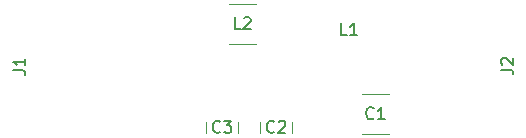
<source format=gbr>
G04 #@! TF.GenerationSoftware,KiCad,Pcbnew,(5.0.0-rc2-110-g9edfd25)*
G04 #@! TF.CreationDate,2018-06-11T15:32:49-07:00*
G04 #@! TF.ProjectId,USB-Power-Cleaner,5553422D506F7765722D436C65616E65,rev?*
G04 #@! TF.SameCoordinates,Original*
G04 #@! TF.FileFunction,Legend,Top*
G04 #@! TF.FilePolarity,Positive*
%FSLAX46Y46*%
G04 Gerber Fmt 4.6, Leading zero omitted, Abs format (unit mm)*
G04 Created by KiCad (PCBNEW (5.0.0-rc2-110-g9edfd25)) date Monday, June 11, 2018 at 03:32:49 PM*
%MOMM*%
%LPD*%
G01*
G04 APERTURE LIST*
%ADD10C,0.120000*%
%ADD11C,0.150000*%
G04 APERTURE END LIST*
D10*
G04 #@! TO.C,C1*
X187635000Y-89984000D02*
X189895000Y-89984000D01*
X187635000Y-93404000D02*
X189895000Y-93404000D01*
G04 #@! TO.C,C2*
X181700000Y-92385000D02*
X181700000Y-93295000D01*
X178980000Y-92385000D02*
X178980000Y-93295000D01*
G04 #@! TO.C,C3*
X174408000Y-92385000D02*
X174408000Y-93295000D01*
X177128000Y-92385000D02*
X177128000Y-93295000D01*
G04 #@! TO.C,L2*
X176373000Y-82364000D02*
X178633000Y-82364000D01*
X176373000Y-85784000D02*
X178633000Y-85784000D01*
G04 #@! TO.C,C1*
D11*
X188598333Y-92051142D02*
X188550714Y-92098761D01*
X188407857Y-92146380D01*
X188312619Y-92146380D01*
X188169761Y-92098761D01*
X188074523Y-92003523D01*
X188026904Y-91908285D01*
X187979285Y-91717809D01*
X187979285Y-91574952D01*
X188026904Y-91384476D01*
X188074523Y-91289238D01*
X188169761Y-91194000D01*
X188312619Y-91146380D01*
X188407857Y-91146380D01*
X188550714Y-91194000D01*
X188598333Y-91241619D01*
X189550714Y-92146380D02*
X188979285Y-92146380D01*
X189265000Y-92146380D02*
X189265000Y-91146380D01*
X189169761Y-91289238D01*
X189074523Y-91384476D01*
X188979285Y-91432095D01*
G04 #@! TO.C,C2*
X180173333Y-93197142D02*
X180125714Y-93244761D01*
X179982857Y-93292380D01*
X179887619Y-93292380D01*
X179744761Y-93244761D01*
X179649523Y-93149523D01*
X179601904Y-93054285D01*
X179554285Y-92863809D01*
X179554285Y-92720952D01*
X179601904Y-92530476D01*
X179649523Y-92435238D01*
X179744761Y-92340000D01*
X179887619Y-92292380D01*
X179982857Y-92292380D01*
X180125714Y-92340000D01*
X180173333Y-92387619D01*
X180554285Y-92387619D02*
X180601904Y-92340000D01*
X180697142Y-92292380D01*
X180935238Y-92292380D01*
X181030476Y-92340000D01*
X181078095Y-92387619D01*
X181125714Y-92482857D01*
X181125714Y-92578095D01*
X181078095Y-92720952D01*
X180506666Y-93292380D01*
X181125714Y-93292380D01*
G04 #@! TO.C,C3*
X175601333Y-93197142D02*
X175553714Y-93244761D01*
X175410857Y-93292380D01*
X175315619Y-93292380D01*
X175172761Y-93244761D01*
X175077523Y-93149523D01*
X175029904Y-93054285D01*
X174982285Y-92863809D01*
X174982285Y-92720952D01*
X175029904Y-92530476D01*
X175077523Y-92435238D01*
X175172761Y-92340000D01*
X175315619Y-92292380D01*
X175410857Y-92292380D01*
X175553714Y-92340000D01*
X175601333Y-92387619D01*
X175934666Y-92292380D02*
X176553714Y-92292380D01*
X176220380Y-92673333D01*
X176363238Y-92673333D01*
X176458476Y-92720952D01*
X176506095Y-92768571D01*
X176553714Y-92863809D01*
X176553714Y-93101904D01*
X176506095Y-93197142D01*
X176458476Y-93244761D01*
X176363238Y-93292380D01*
X176077523Y-93292380D01*
X175982285Y-93244761D01*
X175934666Y-93197142D01*
G04 #@! TO.C,J1*
X158110380Y-88013333D02*
X158824666Y-88013333D01*
X158967523Y-88060952D01*
X159062761Y-88156190D01*
X159110380Y-88299047D01*
X159110380Y-88394285D01*
X159110380Y-87013333D02*
X159110380Y-87584761D01*
X159110380Y-87299047D02*
X158110380Y-87299047D01*
X158253238Y-87394285D01*
X158348476Y-87489523D01*
X158396095Y-87584761D01*
G04 #@! TO.C,J2*
X199422380Y-87963333D02*
X200136666Y-87963333D01*
X200279523Y-88010952D01*
X200374761Y-88106190D01*
X200422380Y-88249047D01*
X200422380Y-88344285D01*
X199517619Y-87534761D02*
X199470000Y-87487142D01*
X199422380Y-87391904D01*
X199422380Y-87153809D01*
X199470000Y-87058571D01*
X199517619Y-87010952D01*
X199612857Y-86963333D01*
X199708095Y-86963333D01*
X199850952Y-87010952D01*
X200422380Y-87582380D01*
X200422380Y-86963333D01*
G04 #@! TO.C,L1*
X186333333Y-85034380D02*
X185857142Y-85034380D01*
X185857142Y-84034380D01*
X187190476Y-85034380D02*
X186619047Y-85034380D01*
X186904761Y-85034380D02*
X186904761Y-84034380D01*
X186809523Y-84177238D01*
X186714285Y-84272476D01*
X186619047Y-84320095D01*
G04 #@! TO.C,L2*
X177336333Y-84526380D02*
X176860142Y-84526380D01*
X176860142Y-83526380D01*
X177622047Y-83621619D02*
X177669666Y-83574000D01*
X177764904Y-83526380D01*
X178003000Y-83526380D01*
X178098238Y-83574000D01*
X178145857Y-83621619D01*
X178193476Y-83716857D01*
X178193476Y-83812095D01*
X178145857Y-83954952D01*
X177574428Y-84526380D01*
X178193476Y-84526380D01*
G04 #@! TD*
M02*

</source>
